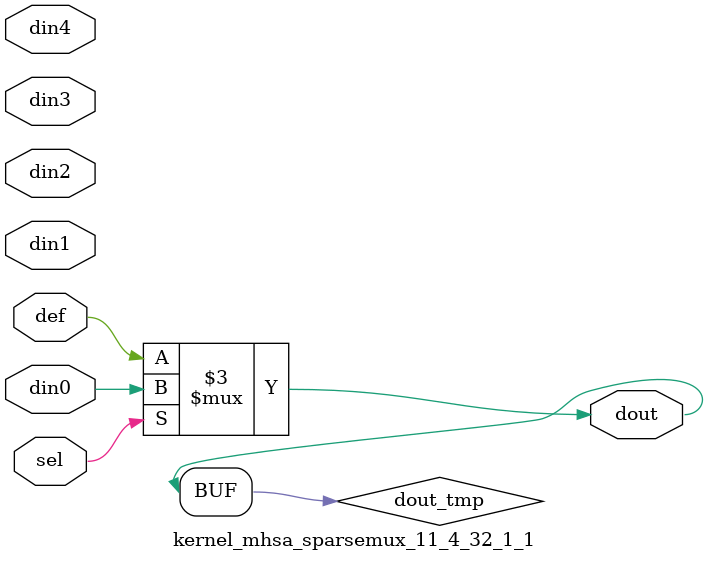
<source format=v>
`timescale 1ns / 1ps

module kernel_mhsa_sparsemux_11_4_32_1_1 (din0,din1,din2,din3,din4,def,sel,dout);

parameter din0_WIDTH = 1;

parameter din1_WIDTH = 1;

parameter din2_WIDTH = 1;

parameter din3_WIDTH = 1;

parameter din4_WIDTH = 1;

parameter def_WIDTH = 1;
parameter sel_WIDTH = 1;
parameter dout_WIDTH = 1;

parameter [sel_WIDTH-1:0] CASE0 = 1;

parameter [sel_WIDTH-1:0] CASE1 = 1;

parameter [sel_WIDTH-1:0] CASE2 = 1;

parameter [sel_WIDTH-1:0] CASE3 = 1;

parameter [sel_WIDTH-1:0] CASE4 = 1;

parameter ID = 1;
parameter NUM_STAGE = 1;



input [din0_WIDTH-1:0] din0;

input [din1_WIDTH-1:0] din1;

input [din2_WIDTH-1:0] din2;

input [din3_WIDTH-1:0] din3;

input [din4_WIDTH-1:0] din4;

input [def_WIDTH-1:0] def;
input [sel_WIDTH-1:0] sel;

output [dout_WIDTH-1:0] dout;



reg [dout_WIDTH-1:0] dout_tmp;


always @ (*) begin
(* parallel_case *) case (sel)
    
    CASE0 : dout_tmp = din0;
    
    CASE1 : dout_tmp = din1;
    
    CASE2 : dout_tmp = din2;
    
    CASE3 : dout_tmp = din3;
    
    CASE4 : dout_tmp = din4;
    
    default : dout_tmp = def;
endcase
end


assign dout = dout_tmp;



endmodule

</source>
